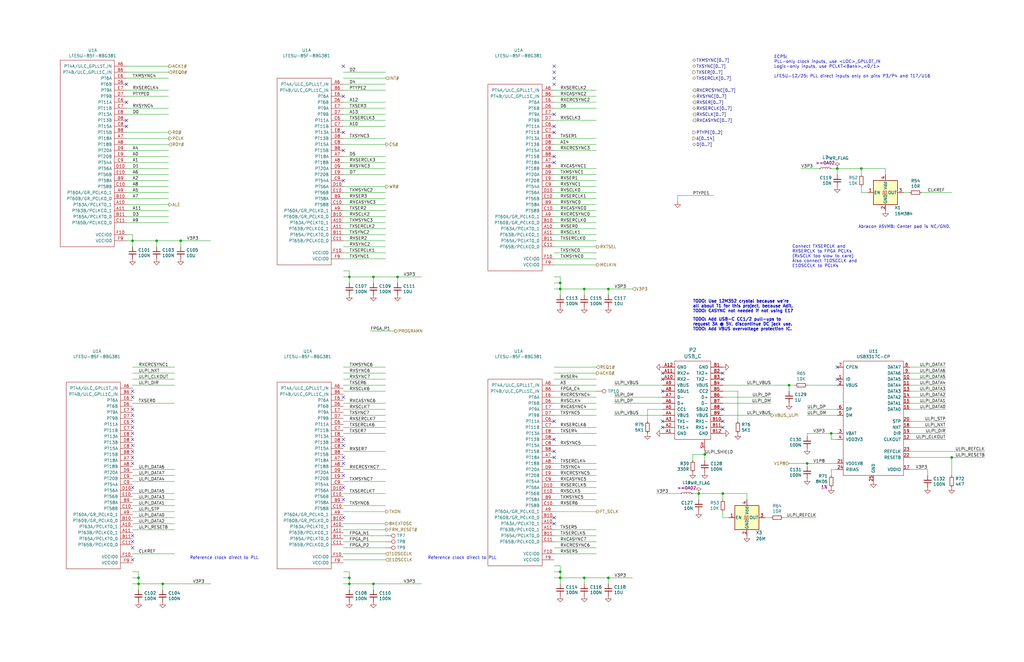
<source format=kicad_sch>
(kicad_sch (version 20210621) (generator eeschema)
  (paper "B")
  (title_block (title "Tedium X8") (date "2020-03-13") (rev "20200313") (company "ShareBrained Technology, Inc.") (comment 1 "Copyright (C) 2020 Jared Boone") (comment 2 "Licensed under CERN-OHL-P v2"))
  (junction (at 55.88 101.6) (diameter 0.9144))
  (junction (at 58.42 243.84) (diameter 0.9144))
  (junction (at 58.42 246.38) (diameter 0.9144))
  (junction (at 66.04 101.6) (diameter 0.9144))
  (junction (at 68.58 246.38) (diameter 0.9144))
  (junction (at 76.2 101.6) (diameter 0.9144))
  (junction (at 147.32 116.84) (diameter 0.9144))
  (junction (at 147.32 243.84) (diameter 0.9144))
  (junction (at 147.32 246.38) (diameter 0.9144))
  (junction (at 157.48 116.84) (diameter 0.9144))
  (junction (at 157.48 246.38) (diameter 0.9144))
  (junction (at 167.64 116.84) (diameter 0.9144))
  (junction (at 236.22 119.38) (diameter 0.9144))
  (junction (at 236.22 121.92) (diameter 0.9144))
  (junction (at 236.22 241.3) (diameter 0.9144))
  (junction (at 236.22 243.84) (diameter 0.9144))
  (junction (at 246.38 121.92) (diameter 0.9144))
  (junction (at 246.38 243.84) (diameter 0.9144))
  (junction (at 256.54 121.92) (diameter 0.9144))
  (junction (at 256.54 243.84) (diameter 0.9144))
  (junction (at 294.64 208.28) (diameter 0.9144))
  (junction (at 297.18 191.77) (diameter 0.9144))
  (junction (at 304.8 208.28) (diameter 0.9144))
  (junction (at 332.74 162.56) (diameter 0.9144))
  (junction (at 340.36 195.58) (diameter 0.9144))
  (junction (at 350.52 182.88) (diameter 0.9144))
  (junction (at 353.06 71.12) (diameter 0.9144))
  (junction (at 363.22 71.12) (diameter 0.9144))
  (junction (at 401.32 193.04) (diameter 0.9144))
  (no_connect (at 53.34 35.56))
  (no_connect (at 53.34 43.18))
  (no_connect (at 53.34 50.8))
  (no_connect (at 53.34 53.34))
  (no_connect (at 55.88 165.1))
  (no_connect (at 55.88 167.64))
  (no_connect (at 55.88 172.72))
  (no_connect (at 55.88 175.26))
  (no_connect (at 55.88 177.8))
  (no_connect (at 55.88 180.34))
  (no_connect (at 55.88 182.88))
  (no_connect (at 55.88 185.42))
  (no_connect (at 55.88 187.96))
  (no_connect (at 55.88 190.5))
  (no_connect (at 55.88 193.04))
  (no_connect (at 55.88 195.58))
  (no_connect (at 55.88 205.74))
  (no_connect (at 55.88 226.06))
  (no_connect (at 55.88 228.6))
  (no_connect (at 55.88 231.14))
  (no_connect (at 55.88 236.22))
  (no_connect (at 144.78 27.94))
  (no_connect (at 144.78 40.64))
  (no_connect (at 144.78 55.88))
  (no_connect (at 144.78 63.5))
  (no_connect (at 144.78 76.2))
  (no_connect (at 144.78 167.64))
  (no_connect (at 144.78 185.42))
  (no_connect (at 144.78 187.96))
  (no_connect (at 144.78 193.04))
  (no_connect (at 144.78 195.58))
  (no_connect (at 144.78 200.66))
  (no_connect (at 144.78 205.74))
  (no_connect (at 144.78 210.82))
  (no_connect (at 144.78 218.44))
  (no_connect (at 233.68 27.94))
  (no_connect (at 233.68 30.48))
  (no_connect (at 233.68 33.02))
  (no_connect (at 233.68 35.56))
  (no_connect (at 233.68 48.26))
  (no_connect (at 233.68 53.34))
  (no_connect (at 233.68 55.88))
  (no_connect (at 233.68 66.04))
  (no_connect (at 233.68 68.58))
  (no_connect (at 233.68 177.8))
  (no_connect (at 233.68 185.42))
  (no_connect (at 233.68 190.5))
  (no_connect (at 233.68 193.04))
  (no_connect (at 233.68 218.44))
  (no_connect (at 233.68 220.98))
  (no_connect (at 279.4 157.48))
  (no_connect (at 279.4 160.02))
  (no_connect (at 279.4 165.1))
  (no_connect (at 279.4 177.8))
  (no_connect (at 279.4 180.34))
  (no_connect (at 304.8 157.48))
  (no_connect (at 304.8 160.02))
  (no_connect (at 304.8 172.72))
  (no_connect (at 304.8 177.8))
  (no_connect (at 304.8 180.34))
  (no_connect (at 353.06 154.94))
  (no_connect (at 353.06 160.02))
  (wire (pts (xy 53.34 101.6) (xy 55.88 101.6)))
  (wire (pts (xy 55.88 99.06) (xy 53.34 99.06)))
  (wire (pts (xy 55.88 101.6) (xy 55.88 99.06)))
  (wire (pts (xy 55.88 101.6) (xy 66.04 101.6)))
  (wire (pts (xy 55.88 104.14) (xy 55.88 101.6)))
  (wire (pts (xy 55.88 241.3) (xy 58.42 241.3)))
  (wire (pts (xy 55.88 243.84) (xy 58.42 243.84)))
  (wire (pts (xy 55.88 246.38) (xy 58.42 246.38)))
  (wire (pts (xy 58.42 241.3) (xy 58.42 243.84)))
  (wire (pts (xy 58.42 243.84) (xy 58.42 246.38)))
  (wire (pts (xy 58.42 246.38) (xy 68.58 246.38)))
  (wire (pts (xy 58.42 248.92) (xy 58.42 246.38)))
  (wire (pts (xy 66.04 101.6) (xy 76.2 101.6)))
  (wire (pts (xy 66.04 104.14) (xy 66.04 101.6)))
  (wire (pts (xy 68.58 246.38) (xy 88.9 246.38)))
  (wire (pts (xy 68.58 248.92) (xy 68.58 246.38)))
  (wire (pts (xy 71.12 27.94) (xy 53.34 27.94)))
  (wire (pts (xy 71.12 30.48) (xy 53.34 30.48)))
  (wire (pts (xy 71.12 33.02) (xy 53.34 33.02)))
  (wire (pts (xy 71.12 38.1) (xy 53.34 38.1)))
  (wire (pts (xy 71.12 40.64) (xy 53.34 40.64)))
  (wire (pts (xy 71.12 45.72) (xy 53.34 45.72)))
  (wire (pts (xy 71.12 48.26) (xy 53.34 48.26)))
  (wire (pts (xy 71.12 55.88) (xy 53.34 55.88)))
  (wire (pts (xy 71.12 58.42) (xy 53.34 58.42)))
  (wire (pts (xy 71.12 60.96) (xy 53.34 60.96)))
  (wire (pts (xy 71.12 63.5) (xy 53.34 63.5)))
  (wire (pts (xy 71.12 66.04) (xy 53.34 66.04)))
  (wire (pts (xy 71.12 68.58) (xy 53.34 68.58)))
  (wire (pts (xy 71.12 71.12) (xy 53.34 71.12)))
  (wire (pts (xy 71.12 73.66) (xy 53.34 73.66)))
  (wire (pts (xy 71.12 76.2) (xy 53.34 76.2)))
  (wire (pts (xy 71.12 78.74) (xy 53.34 78.74)))
  (wire (pts (xy 71.12 81.28) (xy 53.34 81.28)))
  (wire (pts (xy 71.12 83.82) (xy 53.34 83.82)))
  (wire (pts (xy 71.12 86.36) (xy 53.34 86.36)))
  (wire (pts (xy 71.12 88.9) (xy 53.34 88.9)))
  (wire (pts (xy 71.12 91.44) (xy 53.34 91.44)))
  (wire (pts (xy 71.12 93.98) (xy 53.34 93.98)))
  (wire (pts (xy 73.66 154.94) (xy 55.88 154.94)))
  (wire (pts (xy 73.66 157.48) (xy 55.88 157.48)))
  (wire (pts (xy 73.66 160.02) (xy 55.88 160.02)))
  (wire (pts (xy 73.66 162.56) (xy 55.88 162.56)))
  (wire (pts (xy 73.66 170.18) (xy 55.88 170.18)))
  (wire (pts (xy 73.66 198.12) (xy 55.88 198.12)))
  (wire (pts (xy 73.66 200.66) (xy 55.88 200.66)))
  (wire (pts (xy 73.66 203.2) (xy 55.88 203.2)))
  (wire (pts (xy 73.66 208.28) (xy 55.88 208.28)))
  (wire (pts (xy 73.66 210.82) (xy 55.88 210.82)))
  (wire (pts (xy 73.66 213.36) (xy 55.88 213.36)))
  (wire (pts (xy 73.66 215.9) (xy 55.88 215.9)))
  (wire (pts (xy 73.66 218.44) (xy 55.88 218.44)))
  (wire (pts (xy 73.66 220.98) (xy 55.88 220.98)))
  (wire (pts (xy 73.66 223.52) (xy 55.88 223.52)))
  (wire (pts (xy 73.66 233.68) (xy 55.88 233.68)))
  (wire (pts (xy 76.2 101.6) (xy 76.2 104.14)))
  (wire (pts (xy 88.9 101.6) (xy 76.2 101.6)))
  (wire (pts (xy 144.78 116.84) (xy 147.32 116.84)))
  (wire (pts (xy 144.78 182.88) (xy 162.56 182.88)))
  (wire (pts (xy 144.78 223.52) (xy 162.56 223.52)))
  (wire (pts (xy 144.78 243.84) (xy 147.32 243.84)))
  (wire (pts (xy 144.78 246.38) (xy 147.32 246.38)))
  (wire (pts (xy 147.32 114.3) (xy 144.78 114.3)))
  (wire (pts (xy 147.32 116.84) (xy 147.32 114.3)))
  (wire (pts (xy 147.32 116.84) (xy 157.48 116.84)))
  (wire (pts (xy 147.32 119.38) (xy 147.32 116.84)))
  (wire (pts (xy 147.32 241.3) (xy 144.78 241.3)))
  (wire (pts (xy 147.32 243.84) (xy 147.32 241.3)))
  (wire (pts (xy 147.32 246.38) (xy 147.32 243.84)))
  (wire (pts (xy 147.32 246.38) (xy 157.48 246.38)))
  (wire (pts (xy 147.32 248.92) (xy 147.32 246.38)))
  (wire (pts (xy 156.21 139.7) (xy 166.37 139.7)))
  (wire (pts (xy 157.48 116.84) (xy 167.64 116.84)))
  (wire (pts (xy 157.48 119.38) (xy 157.48 116.84)))
  (wire (pts (xy 157.48 246.38) (xy 177.8 246.38)))
  (wire (pts (xy 157.48 248.92) (xy 157.48 246.38)))
  (wire (pts (xy 162.56 30.48) (xy 144.78 30.48)))
  (wire (pts (xy 162.56 33.02) (xy 144.78 33.02)))
  (wire (pts (xy 162.56 35.56) (xy 144.78 35.56)))
  (wire (pts (xy 162.56 38.1) (xy 144.78 38.1)))
  (wire (pts (xy 162.56 43.18) (xy 144.78 43.18)))
  (wire (pts (xy 162.56 45.72) (xy 144.78 45.72)))
  (wire (pts (xy 162.56 48.26) (xy 144.78 48.26)))
  (wire (pts (xy 162.56 50.8) (xy 144.78 50.8)))
  (wire (pts (xy 162.56 53.34) (xy 144.78 53.34)))
  (wire (pts (xy 162.56 58.42) (xy 144.78 58.42)))
  (wire (pts (xy 162.56 60.96) (xy 144.78 60.96)))
  (wire (pts (xy 162.56 66.04) (xy 144.78 66.04)))
  (wire (pts (xy 162.56 68.58) (xy 144.78 68.58)))
  (wire (pts (xy 162.56 71.12) (xy 144.78 71.12)))
  (wire (pts (xy 162.56 73.66) (xy 144.78 73.66)))
  (wire (pts (xy 162.56 78.74) (xy 144.78 78.74)))
  (wire (pts (xy 162.56 81.28) (xy 144.78 81.28)))
  (wire (pts (xy 162.56 83.82) (xy 144.78 83.82)))
  (wire (pts (xy 162.56 86.36) (xy 144.78 86.36)))
  (wire (pts (xy 162.56 88.9) (xy 144.78 88.9)))
  (wire (pts (xy 162.56 91.44) (xy 144.78 91.44)))
  (wire (pts (xy 162.56 93.98) (xy 144.78 93.98)))
  (wire (pts (xy 162.56 96.52) (xy 144.78 96.52)))
  (wire (pts (xy 162.56 99.06) (xy 144.78 99.06)))
  (wire (pts (xy 162.56 101.6) (xy 144.78 101.6)))
  (wire (pts (xy 162.56 104.14) (xy 144.78 104.14)))
  (wire (pts (xy 162.56 106.68) (xy 144.78 106.68)))
  (wire (pts (xy 162.56 109.22) (xy 144.78 109.22)))
  (wire (pts (xy 162.56 154.94) (xy 144.78 154.94)))
  (wire (pts (xy 162.56 157.48) (xy 144.78 157.48)))
  (wire (pts (xy 162.56 160.02) (xy 144.78 160.02)))
  (wire (pts (xy 162.56 162.56) (xy 144.78 162.56)))
  (wire (pts (xy 162.56 165.1) (xy 144.78 165.1)))
  (wire (pts (xy 162.56 170.18) (xy 144.78 170.18)))
  (wire (pts (xy 162.56 172.72) (xy 144.78 172.72)))
  (wire (pts (xy 162.56 175.26) (xy 144.78 175.26)))
  (wire (pts (xy 162.56 177.8) (xy 144.78 177.8)))
  (wire (pts (xy 162.56 180.34) (xy 144.78 180.34)))
  (wire (pts (xy 162.56 190.5) (xy 144.78 190.5)))
  (wire (pts (xy 162.56 198.12) (xy 144.78 198.12)))
  (wire (pts (xy 162.56 203.2) (xy 144.78 203.2)))
  (wire (pts (xy 162.56 208.28) (xy 144.78 208.28)))
  (wire (pts (xy 162.56 213.36) (xy 144.78 213.36)))
  (wire (pts (xy 162.56 215.9) (xy 144.78 215.9)))
  (wire (pts (xy 162.56 220.98) (xy 144.78 220.98)))
  (wire (pts (xy 162.56 226.06) (xy 144.78 226.06)))
  (wire (pts (xy 162.56 228.6) (xy 144.78 228.6)))
  (wire (pts (xy 162.56 231.14) (xy 144.78 231.14)))
  (wire (pts (xy 162.56 233.68) (xy 144.78 233.68)))
  (wire (pts (xy 162.56 236.22) (xy 144.78 236.22)))
  (wire (pts (xy 167.64 116.84) (xy 167.64 119.38)))
  (wire (pts (xy 177.8 116.84) (xy 167.64 116.84)))
  (wire (pts (xy 233.68 111.76) (xy 251.46 111.76)))
  (wire (pts (xy 233.68 119.38) (xy 236.22 119.38)))
  (wire (pts (xy 233.68 121.92) (xy 236.22 121.92)))
  (wire (pts (xy 233.68 215.9) (xy 251.46 215.9)))
  (wire (pts (xy 233.68 241.3) (xy 236.22 241.3)))
  (wire (pts (xy 233.68 243.84) (xy 236.22 243.84)))
  (wire (pts (xy 236.22 116.84) (xy 233.68 116.84)))
  (wire (pts (xy 236.22 119.38) (xy 236.22 116.84)))
  (wire (pts (xy 236.22 121.92) (xy 236.22 119.38)))
  (wire (pts (xy 236.22 121.92) (xy 246.38 121.92)))
  (wire (pts (xy 236.22 124.46) (xy 236.22 121.92)))
  (wire (pts (xy 236.22 238.76) (xy 233.68 238.76)))
  (wire (pts (xy 236.22 241.3) (xy 236.22 238.76)))
  (wire (pts (xy 236.22 243.84) (xy 236.22 241.3)))
  (wire (pts (xy 236.22 243.84) (xy 246.38 243.84)))
  (wire (pts (xy 236.22 246.38) (xy 236.22 243.84)))
  (wire (pts (xy 246.38 121.92) (xy 256.54 121.92)))
  (wire (pts (xy 246.38 124.46) (xy 246.38 121.92)))
  (wire (pts (xy 246.38 243.84) (xy 256.54 243.84)))
  (wire (pts (xy 246.38 246.38) (xy 246.38 243.84)))
  (wire (pts (xy 251.46 38.1) (xy 233.68 38.1)))
  (wire (pts (xy 251.46 40.64) (xy 233.68 40.64)))
  (wire (pts (xy 251.46 43.18) (xy 233.68 43.18)))
  (wire (pts (xy 251.46 45.72) (xy 233.68 45.72)))
  (wire (pts (xy 251.46 50.8) (xy 233.68 50.8)))
  (wire (pts (xy 251.46 58.42) (xy 233.68 58.42)))
  (wire (pts (xy 251.46 60.96) (xy 233.68 60.96)))
  (wire (pts (xy 251.46 63.5) (xy 233.68 63.5)))
  (wire (pts (xy 251.46 71.12) (xy 233.68 71.12)))
  (wire (pts (xy 251.46 73.66) (xy 233.68 73.66)))
  (wire (pts (xy 251.46 76.2) (xy 233.68 76.2)))
  (wire (pts (xy 251.46 78.74) (xy 233.68 78.74)))
  (wire (pts (xy 251.46 81.28) (xy 233.68 81.28)))
  (wire (pts (xy 251.46 83.82) (xy 233.68 83.82)))
  (wire (pts (xy 251.46 86.36) (xy 233.68 86.36)))
  (wire (pts (xy 251.46 88.9) (xy 233.68 88.9)))
  (wire (pts (xy 251.46 91.44) (xy 233.68 91.44)))
  (wire (pts (xy 251.46 93.98) (xy 233.68 93.98)))
  (wire (pts (xy 251.46 96.52) (xy 233.68 96.52)))
  (wire (pts (xy 251.46 99.06) (xy 233.68 99.06)))
  (wire (pts (xy 251.46 101.6) (xy 233.68 101.6)))
  (wire (pts (xy 251.46 104.14) (xy 233.68 104.14)))
  (wire (pts (xy 251.46 106.68) (xy 233.68 106.68)))
  (wire (pts (xy 251.46 109.22) (xy 233.68 109.22)))
  (wire (pts (xy 251.46 154.94) (xy 233.68 154.94)))
  (wire (pts (xy 251.46 157.48) (xy 233.68 157.48)))
  (wire (pts (xy 251.46 160.02) (xy 233.68 160.02)))
  (wire (pts (xy 251.46 162.56) (xy 233.68 162.56)))
  (wire (pts (xy 251.46 165.1) (xy 233.68 165.1)))
  (wire (pts (xy 251.46 167.64) (xy 233.68 167.64)))
  (wire (pts (xy 251.46 170.18) (xy 233.68 170.18)))
  (wire (pts (xy 251.46 172.72) (xy 233.68 172.72)))
  (wire (pts (xy 251.46 175.26) (xy 233.68 175.26)))
  (wire (pts (xy 251.46 180.34) (xy 233.68 180.34)))
  (wire (pts (xy 251.46 182.88) (xy 233.68 182.88)))
  (wire (pts (xy 251.46 187.96) (xy 233.68 187.96)))
  (wire (pts (xy 251.46 195.58) (xy 233.68 195.58)))
  (wire (pts (xy 251.46 198.12) (xy 233.68 198.12)))
  (wire (pts (xy 251.46 200.66) (xy 233.68 200.66)))
  (wire (pts (xy 251.46 203.2) (xy 233.68 203.2)))
  (wire (pts (xy 251.46 205.74) (xy 233.68 205.74)))
  (wire (pts (xy 251.46 208.28) (xy 233.68 208.28)))
  (wire (pts (xy 251.46 210.82) (xy 233.68 210.82)))
  (wire (pts (xy 251.46 213.36) (xy 233.68 213.36)))
  (wire (pts (xy 251.46 223.52) (xy 233.68 223.52)))
  (wire (pts (xy 251.46 226.06) (xy 233.68 226.06)))
  (wire (pts (xy 251.46 228.6) (xy 233.68 228.6)))
  (wire (pts (xy 251.46 231.14) (xy 233.68 231.14)))
  (wire (pts (xy 251.46 233.68) (xy 233.68 233.68)))
  (wire (pts (xy 256.54 121.92) (xy 256.54 124.46)))
  (wire (pts (xy 256.54 243.84) (xy 256.54 246.38)))
  (wire (pts (xy 259.08 162.56) (xy 279.4 162.56)))
  (wire (pts (xy 259.08 167.64) (xy 279.4 167.64)))
  (wire (pts (xy 259.08 170.18) (xy 279.4 170.18)))
  (wire (pts (xy 259.08 175.26) (xy 279.4 175.26)))
  (wire (pts (xy 266.7 121.92) (xy 256.54 121.92)))
  (wire (pts (xy 266.7 243.84) (xy 256.54 243.84)))
  (wire (pts (xy 273.05 172.72) (xy 273.05 177.8)))
  (wire (pts (xy 279.4 172.72) (xy 273.05 172.72)))
  (wire (pts (xy 285.75 82.55) (xy 285.75 85.09)))
  (wire (pts (xy 285.75 82.55) (xy 300.99 82.55)))
  (wire (pts (xy 287.02 208.28) (xy 276.86 208.28)))
  (wire (pts (xy 292.1 191.77) (xy 292.1 194.31)))
  (wire (pts (xy 292.1 208.28) (xy 294.64 208.28)))
  (wire (pts (xy 294.64 208.28) (xy 294.64 210.82)))
  (wire (pts (xy 294.64 208.28) (xy 304.8 208.28)))
  (wire (pts (xy 297.18 190.5) (xy 297.18 191.77)))
  (wire (pts (xy 297.18 191.77) (xy 292.1 191.77)))
  (wire (pts (xy 297.18 191.77) (xy 297.18 194.31)))
  (wire (pts (xy 304.8 162.56) (xy 332.74 162.56)))
  (wire (pts (xy 304.8 165.1) (xy 311.15 165.1)))
  (wire (pts (xy 304.8 210.82) (xy 304.8 208.28)))
  (wire (pts (xy 304.8 215.9) (xy 304.8 218.44)))
  (wire (pts (xy 304.8 218.44) (xy 307.34 218.44)))
  (wire (pts (xy 311.15 165.1) (xy 311.15 177.8)))
  (wire (pts (xy 314.96 208.28) (xy 304.8 208.28)))
  (wire (pts (xy 314.96 208.28) (xy 314.96 210.82)))
  (wire (pts (xy 325.12 167.64) (xy 304.8 167.64)))
  (wire (pts (xy 325.12 170.18) (xy 304.8 170.18)))
  (wire (pts (xy 325.12 175.26) (xy 304.8 175.26)))
  (wire (pts (xy 325.12 218.44) (xy 322.58 218.44)))
  (wire (pts (xy 332.74 162.56) (xy 332.74 165.1)))
  (wire (pts (xy 332.74 162.56) (xy 335.28 162.56)))
  (wire (pts (xy 332.74 195.58) (xy 340.36 195.58)))
  (wire (pts (xy 340.36 162.56) (xy 353.06 162.56)))
  (wire (pts (xy 340.36 172.72) (xy 353.06 172.72)))
  (wire (pts (xy 340.36 175.26) (xy 353.06 175.26)))
  (wire (pts (xy 340.36 182.88) (xy 340.36 184.15)))
  (wire (pts (xy 340.36 195.58) (xy 340.36 196.85)))
  (wire (pts (xy 344.17 218.44) (xy 330.2 218.44)))
  (wire (pts (xy 345.44 71.12) (xy 337.82 71.12)))
  (wire (pts (xy 350.52 71.12) (xy 353.06 71.12)))
  (wire (pts (xy 350.52 182.88) (xy 340.36 182.88)))
  (wire (pts (xy 350.52 185.42) (xy 350.52 182.88)))
  (wire (pts (xy 350.52 198.12) (xy 350.52 200.66)))
  (wire (pts (xy 353.06 71.12) (xy 353.06 73.66)))
  (wire (pts (xy 353.06 71.12) (xy 363.22 71.12)))
  (wire (pts (xy 353.06 182.88) (xy 350.52 182.88)))
  (wire (pts (xy 353.06 185.42) (xy 350.52 185.42)))
  (wire (pts (xy 353.06 195.58) (xy 340.36 195.58)))
  (wire (pts (xy 353.06 198.12) (xy 350.52 198.12)))
  (wire (pts (xy 363.22 73.66) (xy 363.22 71.12)))
  (wire (pts (xy 363.22 78.74) (xy 363.22 81.28)))
  (wire (pts (xy 363.22 81.28) (xy 365.76 81.28)))
  (wire (pts (xy 373.38 71.12) (xy 363.22 71.12)))
  (wire (pts (xy 373.38 71.12) (xy 373.38 73.66)))
  (wire (pts (xy 383.54 81.28) (xy 381 81.28)))
  (wire (pts (xy 383.54 193.04) (xy 401.32 193.04)))
  (wire (pts (xy 383.54 198.12) (xy 391.16 198.12)))
  (wire (pts (xy 391.16 198.12) (xy 391.16 200.66)))
  (wire (pts (xy 398.78 154.94) (xy 383.54 154.94)))
  (wire (pts (xy 398.78 157.48) (xy 383.54 157.48)))
  (wire (pts (xy 398.78 160.02) (xy 383.54 160.02)))
  (wire (pts (xy 398.78 162.56) (xy 383.54 162.56)))
  (wire (pts (xy 398.78 165.1) (xy 383.54 165.1)))
  (wire (pts (xy 398.78 167.64) (xy 383.54 167.64)))
  (wire (pts (xy 398.78 170.18) (xy 383.54 170.18)))
  (wire (pts (xy 398.78 172.72) (xy 383.54 172.72)))
  (wire (pts (xy 398.78 177.8) (xy 383.54 177.8)))
  (wire (pts (xy 398.78 180.34) (xy 383.54 180.34)))
  (wire (pts (xy 398.78 182.88) (xy 383.54 182.88)))
  (wire (pts (xy 398.78 185.42) (xy 383.54 185.42)))
  (wire (pts (xy 401.32 81.28) (xy 388.62 81.28)))
  (wire (pts (xy 401.32 193.04) (xy 401.32 200.66)))
  (wire (pts (xy 401.32 193.04) (xy 415.29 193.04)))
  (wire (pts (xy 415.29 190.5) (xy 383.54 190.5)))
  (text "Reference clock direct to PLL" (at 80.01 236.22 0) (effects (font (size 1.27 1.27)) (justify left bottom)))
  (text "Reference clock direct to PLL" (at 180.34 236.22 0) (effects (font (size 1.27 1.27)) (justify left bottom)))
  (text "TODO: Use 12M352 crystal because we're\nall about T1 for this project, because Adit.\nTODO: CASYNC not needed if not using E1?" (at 292.1 132.08 0) (effects (font (size 1.27 1.27) (thickness 0.254) bold) (justify left bottom)))
  (text "TODO: Add USB-C CC1/2 pull-ups to\nrequest 3A @ 5V, discontinue DC jack use.\nTODO: Add VBUS overvoltage protection IC." (at 292.1 139.7 0) (effects (font (size 1.27 1.27) (thickness 0.254) bold) (justify left bottom)))
  (text "ECP5:\nPLL-only clock inputs, use <LOC>_GPLL0T_IN\nLogic-only inputs, use PCLKT<Bank>_<0/1>\n\nLFE5U-12/25: PLL direct inputs only on pins P3/P4 and T17/U16" (at 326.39 33.02 0) (effects (font (size 1.27 1.27)) (justify left bottom)))
  (text "Connect TXSERCLK and\nRXSERCLK to FPGA PCLKs\n(RxSCLK too slow to care)\nAlso connect T1OSCCLK and\nE1OSCCLK to PCLKs" (at 334.01 113.03 0) (effects (font (size 1.27 1.27)) (justify left bottom)))
  (text "Abracon ASVMB: Center pad is NC/GND." (at 361.95 96.52 0) (effects (font (size 1.27 1.27)) (justify left bottom)))
  (label "TXMSYNC4" (at 55.88 33.02 0))
  (label "RXSERCLK4" (at 55.88 38.1 0))
  (label "PTYPE0" (at 55.88 40.64 0))
  (label "RXSYNC4" (at 55.88 45.72 0))
  (label "D0" (at 55.88 48.26 0))
  (label "A4" (at 55.88 63.5 0))
  (label "A0" (at 55.88 66.04 0))
  (label "A1" (at 55.88 68.58 0))
  (label "D1" (at 55.88 71.12 0))
  (label "A6" (at 55.88 73.66 0))
  (label "A2" (at 55.88 76.2 0))
  (label "A8" (at 55.88 78.74 0))
  (label "A5" (at 55.88 81.28 0))
  (label "A7" (at 55.88 83.82 0))
  (label "A11" (at 55.88 88.9 0))
  (label "D3" (at 55.88 91.44 0))
  (label "A9" (at 55.88 93.98 0))
  (label "RXCRCSYNC1" (at 58.42 154.94 0))
  (label "ULPI_NXT" (at 58.42 157.48 0))
  (label "ULPI_CLKOUT" (at 58.42 160.02 0))
  (label "ULPI_DIR" (at 58.42 162.56 0))
  (label "TXSER0" (at 58.42 170.18 0))
  (label "ULPI_DATA6" (at 58.42 198.12 0))
  (label "ULPI_DATA7" (at 58.42 200.66 0))
  (label "ULPI_DATA4" (at 58.42 203.2 0))
  (label "ULPI_DATA5" (at 58.42 208.28 0))
  (label "ULPI_DATA3" (at 58.42 210.82 0))
  (label "ULPI_DATA1" (at 58.42 213.36 0))
  (label "ULPI_STP" (at 58.42 215.9 0))
  (label "ULPI_DATA0" (at 58.42 218.44 0))
  (label "ULPI_DATA2" (at 58.42 220.98 0))
  (label "ULPI_RESETB" (at 58.42 223.52 0))
  (label "CLKREF" (at 58.42 233.68 0))
  (label "V3P3" (at 78.74 101.6 0))
  (label "V3P3" (at 81.28 246.38 0))
  (label "D2" (at 147.32 30.48 0))
  (label "D4" (at 147.32 35.56 0))
  (label "PTYPE2" (at 147.32 38.1 0))
  (label "A12" (at 147.32 43.18 0))
  (label "TXSER3" (at 147.32 45.72 0))
  (label "A13" (at 147.32 48.26 0))
  (label "TXSERCLK3" (at 147.32 50.8 0))
  (label "A10" (at 147.32 53.34 0))
  (label "TXSYNC3" (at 147.32 58.42 0))
  (label "D5" (at 147.32 66.04 0))
  (label "RXSERCLK3" (at 147.32 68.58 0))
  (label "RXSYNC3" (at 147.32 71.12 0))
  (label "D7" (at 147.32 73.66 0))
  (label "TXMSYNC2" (at 147.32 81.28 0))
  (label "RXSER3" (at 147.32 83.82 0))
  (label "RXCASYNC3" (at 147.32 86.36 0))
  (label "TXSER2" (at 147.32 88.9 0))
  (label "RXSCLK2" (at 147.32 91.44 0))
  (label "TXMSYNC3" (at 147.32 93.98 0))
  (label "TXSERCLK2" (at 147.32 96.52 0))
  (label "TXSYNC2" (at 147.32 99.06 0))
  (label "RXSER2" (at 147.32 101.6 0))
  (label "RXSYNC2" (at 147.32 104.14 0))
  (label "TXSERCLK1" (at 147.32 106.68 0))
  (label "TXSYNC1" (at 147.32 109.22 0))
  (label "TXMSYNC6" (at 147.32 154.94 0))
  (label "RXSYNC6" (at 147.32 157.48 0))
  (label "RXSYNC7" (at 147.32 160.02 0))
  (label "TXSER6" (at 147.32 162.56 0))
  (label "RXSCLK6" (at 147.32 165.1 0))
  (label "RXCASYNC6" (at 147.32 170.18 0))
  (label "RXSCLK7" (at 147.32 172.72 0))
  (label "TXSYNC7" (at 147.32 175.26 0))
  (label "RXSERCLK7" (at 147.32 177.8 0))
  (label "TXSERCLK6" (at 147.32 180.34 0))
  (label "TXSER7" (at 147.32 182.88 0))
  (label "RXSER7" (at 147.32 190.5 0))
  (label "RXCRCSYNC7" (at 147.32 198.12 0))
  (label "TXMSYNC7" (at 147.32 203.2 0))
  (label "TXSERCLK7" (at 147.32 208.28 0))
  (label "TXSYNC6" (at 147.32 213.36 0))
  (label "FPGA_N1" (at 147.32 226.06 0))
  (label "FPGA_P1" (at 147.32 228.6 0))
  (label "FPGA_P2" (at 147.32 231.14 0))
  (label "FPGA_P1" (at 156.21 139.7 0))
  (label "V3P3" (at 170.18 116.84 0))
  (label "V3P3" (at 170.18 246.38 0))
  (label "RXSERCLK2" (at 236.22 38.1 0))
  (label "RXCASYNC2" (at 236.22 40.64 0))
  (label "RXCRCSYNC2" (at 236.22 43.18 0))
  (label "D6" (at 236.22 45.72 0))
  (label "RXSCLK3" (at 236.22 50.8 0))
  (label "TXSER1" (at 236.22 58.42 0))
  (label "A14" (at 236.22 60.96 0))
  (label "RXCRCSYNC3" (at 236.22 63.5 0))
  (label "RXCASYNC1" (at 236.22 71.12 0))
  (label "TXMSYNC1" (at 236.22 73.66 0))
  (label "RXSER1" (at 236.22 76.2 0))
  (label "RXSYNC1" (at 236.22 78.74 0))
  (label "RXSCLK0" (at 236.22 81.28 0))
  (label "RXSERCLK1" (at 236.22 83.82 0))
  (label "RXSYNC0" (at 236.22 86.36 0))
  (label "RXCASYNC0" (at 236.22 88.9 0))
  (label "RXCRCSYNC0" (at 236.22 91.44 0))
  (label "RXSERCLK0" (at 236.22 93.98 0))
  (label "RXSER0" (at 236.22 96.52 0))
  (label "RXSCLK1" (at 236.22 99.06 0))
  (label "TXSERCLK0" (at 236.22 101.6 0))
  (label "TXSYNC0" (at 236.22 106.68 0))
  (label "TXMSYNC0" (at 236.22 109.22 0))
  (label "RXSER4" (at 236.22 160.02 0))
  (label "A3" (at 236.22 162.56 0))
  (label "FPGA_C4" (at 236.22 165.1 0))
  (label "RXCRCSYNC4" (at 236.22 167.64 0))
  (label "RXSCLK4" (at 236.22 170.18 0))
  (label "RXCASYNC4" (at 236.22 172.72 0))
  (label "TXSYNC5" (at 236.22 175.26 0))
  (label "RXSERCLK6" (at 236.22 180.34 0))
  (label "TXSER4" (at 236.22 182.88 0))
  (label "RXSYNC5" (at 236.22 187.96 0))
  (label "TXSERCLK4" (at 236.22 195.58 0))
  (label "TXSYNC4" (at 236.22 198.12 0))
  (label "RXCRCSYNC5" (at 236.22 200.66 0))
  (label "RXCASYNC5" (at 236.22 203.2 0))
  (label "RXSERCLK5" (at 236.22 205.74 0))
  (label "RXSCLK5" (at 236.22 208.28 0))
  (label "TXMSYNC5" (at 236.22 210.82 0))
  (label "RXSER6" (at 236.22 213.36 0))
  (label "TXSER5" (at 236.22 223.52 0))
  (label "TXSERCLK5" (at 236.22 226.06 0))
  (label "RXCASYNC7" (at 236.22 228.6 0))
  (label "RXCRCSYNC6" (at 236.22 231.14 0))
  (label "RXSER5" (at 236.22 233.68 0))
  (label "V3P3" (at 259.08 121.92 0))
  (label "ULPI_VBUS" (at 259.08 162.56 0))
  (label "ULPI_DM" (at 259.08 167.64 0))
  (label "ULPI_DP" (at 259.08 170.18 0))
  (label "ULPI_VBUS" (at 259.08 175.26 0))
  (label "V3P3" (at 259.08 243.84 0))
  (label "V3P3" (at 276.86 208.28 0))
  (label "PTYPE1" (at 292.1 82.55 0))
  (label "ULPI_SHIELD" (at 297.18 191.77 0))
  (label "ULPI_VBUS" (at 325.12 162.56 180))
  (label "ULPI_DP" (at 325.12 167.64 180))
  (label "ULPI_DM" (at 325.12 170.18 180))
  (label "ULPI_VBUS" (at 325.12 175.26 180))
  (label "V3P3" (at 337.82 71.12 0))
  (label "ULPI_DP" (at 340.36 172.72 0))
  (label "ULPI_DM" (at 340.36 175.26 0))
  (label "V3P3" (at 342.9 182.88 0))
  (label "V1P8" (at 342.9 195.58 0))
  (label "ULPI_REFCLK" (at 344.17 218.44 180))
  (label "V3P3" (at 386.08 198.12 0))
  (label "CLKREF" (at 391.16 81.28 0))
  (label "ULPI_DATA7" (at 398.78 154.94 180))
  (label "ULPI_DATA6" (at 398.78 157.48 180))
  (label "ULPI_DATA5" (at 398.78 160.02 180))
  (label "ULPI_DATA4" (at 398.78 162.56 180))
  (label "ULPI_DATA3" (at 398.78 165.1 180))
  (label "ULPI_DATA2" (at 398.78 167.64 180))
  (label "ULPI_DATA1" (at 398.78 170.18 180))
  (label "ULPI_DATA0" (at 398.78 172.72 180))
  (label "ULPI_STP" (at 398.78 177.8 180))
  (label "ULPI_NXT" (at 398.78 180.34 180))
  (label "ULPI_DIR" (at 398.78 182.88 180))
  (label "ULPI_CLKOUT" (at 398.78 185.42 180))
  (label "ULPI_REFCLK" (at 415.29 190.5 180))
  (label "ULPI_RESETB" (at 415.29 193.04 180))
  (hierarchical_label "ACK1#" (shape output) (at 71.12 27.94 0))
  (hierarchical_label "REQ0#" (shape input) (at 71.12 30.48 0))
  (hierarchical_label "RD#" (shape output) (at 71.12 55.88 0))
  (hierarchical_label "PCLK" (shape output) (at 71.12 58.42 0))
  (hierarchical_label "RDY#" (shape input) (at 71.12 60.96 0))
  (hierarchical_label "ALE" (shape output) (at 71.12 86.36 0))
  (hierarchical_label "INT#" (shape input) (at 162.56 33.02 0))
  (hierarchical_label "CS#" (shape output) (at 162.56 60.96 0))
  (hierarchical_label "WR#" (shape output) (at 162.56 78.74 0))
  (hierarchical_label "TXON" (shape output) (at 162.56 215.9 0))
  (hierarchical_label "8KEXTOSC" (shape output) (at 162.56 220.98 0))
  (hierarchical_label "FRM_RESET#" (shape output) (at 162.56 223.52 0))
  (hierarchical_label "T1OSCCLK" (shape input) (at 162.56 233.68 0))
  (hierarchical_label "E1OSCCLK" (shape input) (at 162.56 236.22 0))
  (hierarchical_label "PROGRAMN" (shape output) (at 166.37 139.7 0))
  (hierarchical_label "RXTSEL" (shape output) (at 251.46 104.14 0))
  (hierarchical_label "MCLKIN" (shape output) (at 251.46 111.76 0))
  (hierarchical_label "REQ1#" (shape input) (at 251.46 154.94 0))
  (hierarchical_label "ACK0#" (shape output) (at 251.46 157.48 0))
  (hierarchical_label "FT_SCLK" (shape output) (at 251.46 215.9 0))
  (hierarchical_label "V3P3" (shape input) (at 266.7 121.92 0))
  (hierarchical_label "TXMSYNC[0..7]" (shape bidirectional) (at 292.1 25.4 0))
  (hierarchical_label "TXSYNC[0..7]" (shape bidirectional) (at 292.1 27.94 0))
  (hierarchical_label "TXSER[0..7]" (shape output) (at 292.1 30.48 0))
  (hierarchical_label "TXSERCLK[0..7]" (shape bidirectional) (at 292.1 33.02 0))
  (hierarchical_label "RXCRCSYNC[0..7]" (shape input) (at 292.1 38.1 0))
  (hierarchical_label "RXSYNC[0..7]" (shape bidirectional) (at 292.1 40.64 0))
  (hierarchical_label "RXSER[0..7]" (shape input) (at 292.1 43.18 0))
  (hierarchical_label "RXSERCLK[0..7]" (shape bidirectional) (at 292.1 45.72 0))
  (hierarchical_label "RXSCLK[0..7]" (shape input) (at 292.1 48.26 0))
  (hierarchical_label "RXCASYNC[0..7]" (shape input) (at 292.1 50.8 0))
  (hierarchical_label "PTYPE[0..2]" (shape output) (at 292.1 55.88 0))
  (hierarchical_label "A[0..14]" (shape output) (at 292.1 58.42 0))
  (hierarchical_label "D[0..7]" (shape bidirectional) (at 292.1 60.96 0))
  (hierarchical_label "VBUS_ULPI" (shape output) (at 325.12 175.26 0))
  (hierarchical_label "V1P8" (shape input) (at 332.74 195.58 180))
  (symbol (lib_id "Device:L_Small") (at 289.56 208.28 90)
    (property "Reference" "L11" (at 289.56 203.581 90))
    (property "Value" "L_Small" (effects hide))
    (property "Footprint" "ipc_beadc:IPC_BEADC160X80X95L40N" (effects hide))
    (property "I" ">=0A02" (at 289.56 205.8924 90))
    (property "Mfr" "Murata" (effects hide))
    (property "Part" "BLM18RK102SN1D" (effects hide))
  )
  (symbol (lib_id "Device:L_Small") (at 347.98 71.12 90)
    (property "Reference" "L7" (at 347.98 66.421 90))
    (property "Value" "L_Small" (effects hide))
    (property "Footprint" "ipc_beadc:IPC_BEADC160X80X95L40N" (effects hide))
    (property "I" ">=0A02" (at 347.98 68.7324 90))
    (property "Mfr" "Murata" (effects hide))
    (property "Part" "BLM18RK102SN1D" (effects hide))
  )
  (symbol (lib_id "power:PWR_FLAG") (at 294.64 208.28 0) (unit 1)
    (property "Reference" "#FLG0121" (effects hide))
    (property "Value" "PWR_FLAG" (at 294.64 203.8858 0))
  )
  (symbol (lib_id "power:PWR_FLAG") (at 353.06 71.12 0) (unit 1)
    (property "Reference" "#FLG0120" (effects hide))
    (property "Value" "PWR_FLAG" (at 353.06 66.7258 0))
  )
  (symbol (lib_id "Connector:TestPoint") (at 162.56 226.06 270) (unit 1)
    (property "Reference" "TP7" (at 167.3352 226.06 90) (effects (justify left)))
    (property "Value" "TestPoint" (effects hide))
    (property "Footprint" "tp:TP_1MM" (effects hide))
  )
  (symbol (lib_id "Connector:TestPoint") (at 162.56 228.6 270) (unit 1)
    (property "Reference" "TP8" (at 167.3352 228.6 90) (effects (justify left)))
    (property "Value" "TestPoint" (effects hide))
    (property "Footprint" "tp:TP_1MM" (effects hide))
  )
  (symbol (lib_id "Connector:TestPoint") (at 162.56 231.14 270) (unit 1)
    (property "Reference" "TP9" (at 167.3352 231.14 90) (effects (justify left)))
    (property "Value" "TestPoint" (effects hide))
    (property "Footprint" "tp:TP_1MM" (effects hide))
  )
  (symbol (lib_id "Connector:TestPoint") (at 251.46 165.1 270) (unit 1)
    (property "Reference" "TP10" (at 256.2352 165.1 90) (effects (justify left)))
    (property "Value" "TestPoint" (effects hide))
    (property "Footprint" "tp:TP_1MM" (effects hide))
  )
  (symbol (lib_id "power:GND") (at 55.88 109.22 0)
    (property "Reference" "#PWR0114" (effects hide))
    (property "Value" "GND" (effects hide))
  )
  (symbol (lib_id "power:GND") (at 58.42 254 0)
    (property "Reference" "#PWR0115" (effects hide))
    (property "Value" "GND" (effects hide))
  )
  (symbol (lib_id "power:GND") (at 66.04 109.22 0)
    (property "Reference" "#PWR0116" (effects hide))
    (property "Value" "GND" (effects hide))
  )
  (symbol (lib_id "power:GND") (at 68.58 254 0)
    (property "Reference" "#PWR0117" (effects hide))
    (property "Value" "GND" (effects hide))
  )
  (symbol (lib_id "power:GND") (at 76.2 109.22 0)
    (property "Reference" "#PWR0119" (effects hide))
    (property "Value" "GND" (effects hide))
  )
  (symbol (lib_id "power:GND") (at 147.32 124.46 0)
    (property "Reference" "#PWR0122" (effects hide))
    (property "Value" "GND" (effects hide))
  )
  (symbol (lib_id "power:GND") (at 147.32 254 0)
    (property "Reference" "#PWR0123" (effects hide))
    (property "Value" "GND" (effects hide))
  )
  (symbol (lib_id "power:GND") (at 157.48 124.46 0)
    (property "Reference" "#PWR0124" (effects hide))
    (property "Value" "GND" (effects hide))
  )
  (symbol (lib_id "power:GND") (at 157.48 254 0)
    (property "Reference" "#PWR0125" (effects hide))
    (property "Value" "GND" (effects hide))
  )
  (symbol (lib_id "power:GND") (at 167.64 124.46 0)
    (property "Reference" "#PWR0127" (effects hide))
    (property "Value" "GND" (effects hide))
  )
  (symbol (lib_id "power:GND") (at 236.22 129.54 0)
    (property "Reference" "#PWR0130" (effects hide))
    (property "Value" "GND" (effects hide))
  )
  (symbol (lib_id "power:GND") (at 236.22 251.46 0)
    (property "Reference" "#PWR0131" (effects hide))
    (property "Value" "GND" (effects hide))
  )
  (symbol (lib_id "power:GND") (at 246.38 129.54 0)
    (property "Reference" "#PWR0132" (effects hide))
    (property "Value" "GND" (effects hide))
  )
  (symbol (lib_id "power:GND") (at 246.38 251.46 0)
    (property "Reference" "#PWR0133" (effects hide))
    (property "Value" "GND" (effects hide))
  )
  (symbol (lib_id "power:GND") (at 256.54 129.54 0)
    (property "Reference" "#PWR0135" (effects hide))
    (property "Value" "GND" (effects hide))
  )
  (symbol (lib_id "power:GND") (at 256.54 251.46 0)
    (property "Reference" "#PWR0137" (effects hide))
    (property "Value" "GND" (effects hide))
  )
  (symbol (lib_id "power:GND") (at 273.05 182.88 0)
    (property "Reference" "#PWR0170" (effects hide))
    (property "Value" "GND" (effects hide))
  )
  (symbol (lib_id "power:GND") (at 279.4 154.94 270)
    (property "Reference" "#PWR0208" (effects hide))
    (property "Value" "GND" (effects hide))
  )
  (symbol (lib_id "power:GND") (at 279.4 182.88 270)
    (property "Reference" "#PWR0207" (effects hide))
    (property "Value" "GND" (effects hide))
  )
  (symbol (lib_id "power:GND") (at 285.75 85.09 0)
    (property "Reference" "#PWR0239" (effects hide))
    (property "Value" "GND" (effects hide))
  )
  (symbol (lib_id "power:GND") (at 292.1 199.39 0)
    (property "Reference" "#PWR0139" (effects hide))
    (property "Value" "GND" (effects hide))
  )
  (symbol (lib_id "power:GND") (at 294.64 215.9 0)
    (property "Reference" "#PWR0219" (effects hide))
    (property "Value" "GND" (effects hide))
  )
  (symbol (lib_id "power:GND") (at 297.18 199.39 0)
    (property "Reference" "#PWR0206" (effects hide))
    (property "Value" "GND" (effects hide))
  )
  (symbol (lib_id "power:GND") (at 304.8 154.94 90)
    (property "Reference" "#PWR0209" (effects hide))
    (property "Value" "GND" (effects hide))
  )
  (symbol (lib_id "power:GND") (at 304.8 182.88 90)
    (property "Reference" "#PWR0210" (effects hide))
    (property "Value" "GND" (effects hide))
  )
  (symbol (lib_id "power:GND") (at 311.15 182.88 0)
    (property "Reference" "#PWR0177" (effects hide))
    (property "Value" "GND" (effects hide))
  )
  (symbol (lib_id "power:GND") (at 314.96 226.06 0)
    (property "Reference" "#PWR0218" (effects hide))
    (property "Value" "GND" (effects hide))
  )
  (symbol (lib_id "power:GND") (at 332.74 170.18 0)
    (property "Reference" "#PWR0211" (effects hide))
    (property "Value" "GND" (effects hide))
  )
  (symbol (lib_id "power:GND") (at 340.36 189.23 0)
    (property "Reference" "#PWR0214" (effects hide))
    (property "Value" "GND" (effects hide))
  )
  (symbol (lib_id "power:GND") (at 340.36 201.93 0)
    (property "Reference" "#PWR0215" (effects hide))
    (property "Value" "GND" (effects hide))
  )
  (symbol (lib_id "power:GND") (at 350.52 205.74 0)
    (property "Reference" "#PWR0212" (effects hide))
    (property "Value" "GND" (effects hide))
  )
  (symbol (lib_id "power:GND") (at 353.06 78.74 0)
    (property "Reference" "#PWR0142" (effects hide))
    (property "Value" "GND" (effects hide))
  )
  (symbol (lib_id "power:GND") (at 368.3 203.2 0)
    (property "Reference" "#PWR0213" (effects hide))
    (property "Value" "GND" (effects hide))
  )
  (symbol (lib_id "power:GND") (at 373.38 88.9 0)
    (property "Reference" "#PWR0141" (effects hide))
    (property "Value" "GND" (effects hide))
  )
  (symbol (lib_id "power:GND") (at 391.16 205.74 0)
    (property "Reference" "#PWR0216" (effects hide))
    (property "Value" "GND" (effects hide))
  )
  (symbol (lib_id "power:GND") (at 401.32 205.74 0)
    (property "Reference" "#PWR0217" (effects hide))
    (property "Value" "GND" (effects hide))
  )
  (symbol (lib_id "Device:R_Small") (at 273.05 180.34 0) (mirror y)
    (property "Reference" "R75" (at 271.5768 179.1716 0) (effects (justify left)))
    (property "Value" "5K1" (at 271.5768 181.483 0) (effects (justify left)))
    (property "Footprint" "ipc_resc:IPC_RESC100X50X40L25N" (effects hide))
    (property "Mfr" "Yageo" (effects hide))
    (property "Part" "RC0402FR-075K1L‎" (effects hide))
  )
  (symbol (lib_id "Device:R_Small") (at 292.1 196.85 0)
    (property "Reference" "R39" (at 290.6268 195.6816 0) (effects (justify right)))
    (property "Value" "330R" (at 290.6268 197.993 0) (effects (justify right)))
    (property "Footprint" "ipc_resc:IPC_RESC160X80X55L25N" (effects hide))
    (property "Mfr" "Yageo" (effects hide))
    (property "Part" "RC0603FR-07330RL" (effects hide))
  )
  (symbol (lib_id "Device:R_Small") (at 304.8 213.36 0) (mirror x)
    (property "Reference" "R53" (at 303.3268 212.1916 0) (effects (justify right)))
    (property "Value" "10K" (at 303.3268 214.503 0) (effects (justify right)))
    (property "Footprint" "ipc_resc:IPC_RESC100X50X40L25N" (effects hide))
    (property "Mfr" "Panasonic" (effects hide))
    (property "Part" "ERJ-2RKF1002X" (effects hide))
  )
  (symbol (lib_id "Device:R_Small") (at 311.15 180.34 0)
    (property "Reference" "R76" (at 312.6486 179.1716 0) (effects (justify left)))
    (property "Value" "5K1" (at 312.6486 181.483 0) (effects (justify left)))
    (property "Footprint" "ipc_resc:IPC_RESC100X50X40L25N" (effects hide))
    (property "Mfr" "Yageo" (effects hide))
    (property "Part" "RC0402FR-075K1L‎" (effects hide))
  )
  (symbol (lib_id "Device:R_Small") (at 327.66 218.44 90) (mirror x)
    (property "Reference" "R64" (at 327.66 213.4616 90))
    (property "Value" "10R" (at 327.66 215.773 90))
    (property "Footprint" "ipc_resc:IPC_RESC100X50X40L25N" (effects hide))
  )
  (symbol (lib_id "Device:R_Small") (at 337.82 162.56 270)
    (property "Reference" "R65" (at 337.82 157.5816 90))
    (property "Value" "10K" (at 337.82 159.893 90))
    (property "Footprint" "ipc_resc:IPC_RESC100X50X40L25N" (effects hide))
    (property "Mfr" "Panasonic" (effects hide))
    (property "Part" "ERJ-2RKF1002X" (effects hide))
  )
  (symbol (lib_id "Device:R_Small") (at 350.52 203.2 180)
    (property "Reference" "R71" (at 349.0468 200.8886 0) (effects (justify left)))
    (property "Value" "8K06" (at 349.0468 203.2 0) (effects (justify left)))
    (property "Footprint" "ipc_resc:IPC_RESC100X50X40L25N" (effects hide))
    (property "TOL" "1%" (at 349.0468 205.5114 0) (effects (justify left)))
    (property "Mfr" "Yageo" (effects hide))
    (property "Part" "‎RC0402FR-078K06L‎" (effects hide))
  )
  (symbol (lib_id "Device:R_Small") (at 363.22 76.2 0) (mirror x)
    (property "Reference" "R52" (at 361.7468 75.0316 0) (effects (justify right)))
    (property "Value" "10K" (at 361.7468 77.343 0) (effects (justify right)))
    (property "Footprint" "ipc_resc:IPC_RESC100X50X40L25N" (effects hide))
    (property "Mfr" "Panasonic" (effects hide))
    (property "Part" "ERJ-2RKF1002X" (effects hide))
  )
  (symbol (lib_id "Device:R_Small") (at 386.08 81.28 90) (mirror x)
    (property "Reference" "R54" (at 386.08 76.3016 90))
    (property "Value" "10R" (at 386.08 78.613 90))
    (property "Footprint" "ipc_resc:IPC_RESC100X50X40L25N" (effects hide))
  )
  (symbol (lib_id "Device:R_Small") (at 401.32 203.2 0)
    (property "Reference" "R72" (at 402.8186 202.0316 0) (effects (justify left)))
    (property "Value" "4K7" (at 402.8186 204.343 0) (effects (justify left)))
    (property "Footprint" "ipc_resc:IPC_RESC100X50X40L25N" (effects hide))
    (property "Mfr" "Panasonic" (effects hide))
    (property "Part" "ERJ-2RKF4701X" (effects hide))
  )
  (symbol (lib_id "Device:C_Small") (at 55.88 106.68 0)
    (property "Reference" "C101" (at 58.2168 105.5116 0) (effects (justify left)))
    (property "Value" "100N" (at 58.2168 107.823 0) (effects (justify left)))
    (property "Footprint" "ipc_capc:IPC_CAPC60X30X33L15N" (effects hide))
    (property "Mfr" "Murata" (effects hide))
    (property "Part" "GRM033R60J104KE19D" (effects hide))
  )
  (symbol (lib_id "Device:C_Small") (at 58.42 251.46 0)
    (property "Reference" "C102" (at 60.7568 250.2916 0) (effects (justify left)))
    (property "Value" "100N" (at 60.7568 252.603 0) (effects (justify left)))
    (property "Footprint" "ipc_capc:IPC_CAPC60X30X33L15N" (effects hide))
    (property "Mfr" "Murata" (effects hide))
    (property "Part" "GRM033R60J104KE19D" (effects hide))
  )
  (symbol (lib_id "Device:C_Small") (at 66.04 106.68 0)
    (property "Reference" "C103" (at 68.3768 105.5116 0) (effects (justify left)))
    (property "Value" "100N" (at 68.3768 107.823 0) (effects (justify left)))
    (property "Footprint" "ipc_capc:IPC_CAPC60X30X33L15N" (effects hide))
    (property "Mfr" "Murata" (effects hide))
    (property "Part" "GRM033R60J104KE19D" (effects hide))
  )
  (symbol (lib_id "Device:C_Small") (at 68.58 251.46 0)
    (property "Reference" "C104" (at 70.9168 250.2916 0) (effects (justify left)))
    (property "Value" "100N" (at 70.9168 252.603 0) (effects (justify left)))
    (property "Footprint" "ipc_capc:IPC_CAPC60X30X33L15N" (effects hide))
    (property "Mfr" "Murata" (effects hide))
    (property "Part" "GRM033R60J104KE19D" (effects hide))
  )
  (symbol (lib_id "Device:C_Small") (at 76.2 106.68 0)
    (property "Reference" "C105" (at 78.5368 105.5116 0) (effects (justify left)))
    (property "Value" "10U" (at 78.5368 107.823 0) (effects (justify left)))
    (property "Footprint" "ipc_capc:IPC_CAPC160X80X90L35N" (effects hide))
    (property "Mfr" "Murata" (effects hide))
    (property "Part" "GRM188R60J106ME47D" (effects hide))
  )
  (symbol (lib_id "Device:C_Small") (at 147.32 121.92 0)
    (property "Reference" "C107" (at 149.6568 120.7516 0) (effects (justify left)))
    (property "Value" "100N" (at 149.6568 123.063 0) (effects (justify left)))
    (property "Footprint" "ipc_capc:IPC_CAPC60X30X33L15N" (effects hide))
    (property "Mfr" "Murata" (effects hide))
    (property "Part" "GRM033R60J104KE19D" (effects hide))
  )
  (symbol (lib_id "Device:C_Small") (at 147.32 251.46 0)
    (property "Reference" "C108" (at 149.6568 250.2916 0) (effects (justify left)))
    (property "Value" "100N" (at 149.6568 252.603 0) (effects (justify left)))
    (property "Footprint" "ipc_capc:IPC_CAPC60X30X33L15N" (effects hide))
    (property "Mfr" "Murata" (effects hide))
    (property "Part" "GRM033R60J104KE19D" (effects hide))
  )
  (symbol (lib_id "Device:C_Small") (at 157.48 121.92 0)
    (property "Reference" "C109" (at 159.8168 120.7516 0) (effects (justify left)))
    (property "Value" "100N" (at 159.8168 123.063 0) (effects (justify left)))
    (property "Footprint" "ipc_capc:IPC_CAPC60X30X33L15N" (effects hide))
    (property "Mfr" "Murata" (effects hide))
    (property "Part" "GRM033R60J104KE19D" (effects hide))
  )
  (symbol (lib_id "Device:C_Small") (at 157.48 251.46 0)
    (property "Reference" "C110" (at 159.8168 250.2916 0) (effects (justify left)))
    (property "Value" "100N" (at 159.8168 252.603 0) (effects (justify left)))
    (property "Footprint" "ipc_capc:IPC_CAPC60X30X33L15N" (effects hide))
    (property "Mfr" "Murata" (effects hide))
    (property "Part" "GRM033R60J104KE19D" (effects hide))
  )
  (symbol (lib_id "Device:C_Small") (at 167.64 121.92 0)
    (property "Reference" "C111" (at 169.9768 120.7516 0) (effects (justify left)))
    (property "Value" "10U" (at 169.9768 123.063 0) (effects (justify left)))
    (property "Footprint" "ipc_capc:IPC_CAPC160X80X90L35N" (effects hide))
    (property "Mfr" "Murata" (effects hide))
    (property "Part" "GRM188R60J106ME47D" (effects hide))
  )
  (symbol (lib_id "Device:C_Small") (at 236.22 127 0)
    (property "Reference" "C113" (at 238.5568 125.8316 0) (effects (justify left)))
    (property "Value" "100N" (at 238.5568 128.143 0) (effects (justify left)))
    (property "Footprint" "ipc_capc:IPC_CAPC60X30X33L15N" (effects hide))
    (property "Mfr" "Murata" (effects hide))
    (property "Part" "GRM033R60J104KE19D" (effects hide))
  )
  (symbol (lib_id "Device:C_Small") (at 236.22 248.92 0)
    (property "Reference" "C114" (at 238.5568 247.7516 0) (effects (justify left)))
    (property "Value" "100N" (at 238.5568 250.063 0) (effects (justify left)))
    (property "Footprint" "ipc_capc:IPC_CAPC60X30X33L15N" (effects hide))
    (property "Mfr" "Murata" (effects hide))
    (property "Part" "GRM033R60J104KE19D" (effects hide))
  )
  (symbol (lib_id "Device:C_Small") (at 246.38 127 0)
    (property "Reference" "C115" (at 248.7168 125.8316 0) (effects (justify left)))
    (property "Value" "100N" (at 248.7168 128.143 0) (effects (justify left)))
    (property "Footprint" "ipc_capc:IPC_CAPC60X30X33L15N" (effects hide))
    (property "Mfr" "Murata" (effects hide))
    (property "Part" "GRM033R60J104KE19D" (effects hide))
  )
  (symbol (lib_id "Device:C_Small") (at 246.38 248.92 0)
    (property "Reference" "C116" (at 248.7168 247.7516 0) (effects (justify left)))
    (property "Value" "100N" (at 248.7168 250.063 0) (effects (justify left)))
    (property "Footprint" "ipc_capc:IPC_CAPC60X30X33L15N" (effects hide))
    (property "Mfr" "Murata" (effects hide))
    (property "Part" "GRM033R60J104KE19D" (effects hide))
  )
  (symbol (lib_id "Device:C_Small") (at 256.54 127 0)
    (property "Reference" "C117" (at 258.8768 125.8316 0) (effects (justify left)))
    (property "Value" "10U" (at 258.8768 128.143 0) (effects (justify left)))
    (property "Footprint" "ipc_capc:IPC_CAPC160X80X90L35N" (effects hide))
    (property "Mfr" "Murata" (effects hide))
    (property "Part" "GRM188R60J106ME47D" (effects hide))
  )
  (symbol (lib_id "Device:C_Small") (at 256.54 248.92 0)
    (property "Reference" "C118" (at 258.8768 247.7516 0) (effects (justify left)))
    (property "Value" "10U" (at 258.8768 250.063 0) (effects (justify left)))
    (property "Footprint" "ipc_capc:IPC_CAPC160X80X90L35N" (effects hide))
    (property "Mfr" "Murata" (effects hide))
    (property "Part" "GRM188R60J106ME47D" (effects hide))
  )
  (symbol (lib_id "Device:C_Small") (at 294.64 213.36 0) (mirror x)
    (property "Reference" "C127" (at 292.3032 212.1916 0) (effects (justify right)))
    (property "Value" "10N" (at 292.3032 214.503 0) (effects (justify right)))
    (property "Footprint" "ipc_capc:IPC_CAPC100X50X55L25N" (effects hide))
    (property "Mfr" "Murata" (effects hide))
    (property "Part" "GRM155R71E103KA01D" (effects hide))
  )
  (symbol (lib_id "Device:C_Small") (at 297.18 196.85 180)
    (property "Reference" "C128" (at 299.5168 195.6816 0) (effects (justify right)))
    (property "Value" "100N" (at 299.5168 197.993 0) (effects (justify right)))
    (property "Footprint" "ipc_capc:IPC_CAPC160X80X90L35N" (effects hide))
    (property "Mfr" "Murata" (effects hide))
    (property "Part" "GRM188R71C104KA01D" (effects hide))
    (property "VDC" ">=50V" (effects hide))
  )
  (symbol (lib_id "Device:C_Small") (at 332.74 167.64 180)
    (property "Reference" "C129" (at 335.0768 166.4716 0) (effects (justify right)))
    (property "Value" "1U" (at 335.0768 168.783 0) (effects (justify right)))
    (property "Footprint" "ipc_capc:IPC_CAPC160X80X90L35N" (effects hide))
    (property "Mfr" "Murata" (effects hide))
    (property "Part" "GCM188R71C105KA64D" (effects hide))
  )
  (symbol (lib_id "Device:C_Small") (at 340.36 186.69 0) (mirror x)
    (property "Reference" "C130" (at 338.0232 185.5216 0) (effects (justify right)))
    (property "Value" "100N" (at 338.0232 187.833 0) (effects (justify right)))
    (property "Footprint" "ipc_capc:IPC_CAPC100X50X55L25N" (effects hide))
    (property "Mfr" "Murata" (effects hide))
    (property "Part" "GRM155R61A104KA01D" (effects hide))
  )
  (symbol (lib_id "Device:C_Small") (at 340.36 199.39 0) (mirror x)
    (property "Reference" "C131" (at 338.0232 198.2216 0) (effects (justify right)))
    (property "Value" "100N" (at 338.0232 200.533 0) (effects (justify right)))
    (property "Footprint" "ipc_capc:IPC_CAPC100X50X55L25N" (effects hide))
    (property "Mfr" "Murata" (effects hide))
    (property "Part" "GRM155R61A104KA01D" (effects hide))
  )
  (symbol (lib_id "Device:C_Small") (at 353.06 76.2 180)
    (property "Reference" "C119" (at 350.7486 75.0316 0) (effects (justify left)))
    (property "Value" "10N" (at 350.7486 77.343 0) (effects (justify left)))
    (property "Footprint" "ipc_capc:IPC_CAPC100X50X55L25N" (effects hide))
    (property "Mfr" "Murata" (effects hide))
    (property "Part" "GRM155R71E103KA01D" (effects hide))
  )
  (symbol (lib_id "Device:C_Small") (at 391.16 203.2 180)
    (property "Reference" "C132" (at 393.4968 202.0316 0) (effects (justify right)))
    (property "Value" "100N" (at 393.4968 204.343 0) (effects (justify right)))
    (property "Footprint" "ipc_capc:IPC_CAPC100X50X55L25N" (effects hide))
    (property "Mfr" "Murata" (effects hide))
    (property "Part" "GRM155R61A104KA01D" (effects hide))
  )
  (symbol (lib_id "Oscillator:ASV-xxxMHz") (at 314.96 218.44 0)
    (property "Reference" "X3" (at 318.77 224.79 0) (effects (justify left)))
    (property "Value" "26M" (at 318.77 227.33 0) (effects (justify left)))
    (property "Footprint" "ipc_oscsc:IPC_OSCSC4P254_500X320X140L100X120N" (effects hide))
    (property "Datasheet" "http://www.txccorp.com/download/products/oscillators/2015TXC_7C_57.pdf" (effects hide))
    (property "Mfr" "TXC" (effects hide))
    (property "Part" "7C-26.000MBB-T" (effects hide))
  )
  (symbol (lib_id "Oscillator:ASV-xxxMHz") (at 373.38 81.28 0) (unit 1)
    (property "Reference" "X1" (at 377.19 87.63 0) (effects (justify left)))
    (property "Value" "16M384" (at 377.19 90.17 0) (effects (justify left)))
    (property "Footprint" "abracon:ASVMB" (effects hide))
    (property "Datasheet" "http://www.abracon.com/Oscillators/ASV.pdf" (effects hide))
    (property "Mfr" "Abracon" (effects hide))
    (property "Part" "ASVMB-16.384MHZ-LY-T" (effects hide))
  )
  (symbol (lib_id "usb:USB_C") (at 292.1 168.91 0)
    (property "Reference" "P2" (at 292.1 147.6502 0) (effects (font (size 1.524 1.524))))
    (property "Value" "USB_C" (at 292.1 150.3426 0) (effects (font (size 1.524 1.524))))
    (property "Footprint" "amphenol:12401610E4#2A" (effects hide))
    (property "Mfr" "Amphenol" (effects hide))
    (property "Part" "12401610E4#2A" (effects hide))
  )
  (symbol (lib_id "microchip:USB3317C-CP") (at 368.3 176.53 0)
    (property "Reference" "U11" (at 368.3 148.209 0))
    (property "Value" "USB3317C-CP" (at 368.3 150.5204 0))
    (property "Footprint" "ipc_qfn:IPC_QFN25P50_400X400X100L40X24T250N" (effects hide))
    (property "Datasheet" "http://ww1.microchip.com/downloads/en/DeviceDoc/3317.pdf" (effects hide))
    (property "Mfr" "Microchip" (effects hide))
    (property "Part" "USB3317C-CP" (effects hide))
  )
  (symbol (lib_id "lattice:LFE5U-85F-8BG381") (at 35.56 64.77 0) (mirror y)
    (property "Reference" "U1" (at 39.0652 21.209 0))
    (property "Value" "LFE5U-85F-8BG381" (at 39.0652 23.5204 0))
    (property "Footprint" "lattice:LATTICE_BGA_CABGA381" (effects hide))
    (property "Mfr" "Lattice" (effects hide))
    (property "Part" "LFE5U-85F-8BG381C" (effects hide))
  )
  (symbol (lib_id "lattice:LFE5U-85F-8BG381") (at 127 72.39 0) (mirror y)
    (property "Reference" "U1" (at 129.2352 21.209 0))
    (property "Value" "LFE5U-85F-8BG381" (at 129.2352 23.5204 0))
    (property "Footprint" "lattice:LATTICE_BGA_CABGA381" (effects hide))
    (property "Mfr" "Lattice" (effects hide))
    (property "Part" "LFE5U-85F-8BG381C" (effects hide))
  )
  (symbol (lib_id "lattice:LFE5U-85F-8BG381") (at 215.9 199.39 0) (mirror y)
    (property "Reference" "U1" (at 218.6432 148.209 0))
    (property "Value" "LFE5U-85F-8BG381" (at 218.6432 150.5204 0))
    (property "Footprint" "lattice:LATTICE_BGA_CABGA381" (effects hide))
    (property "Mfr" "Lattice" (effects hide))
    (property "Part" "LFE5U-85F-8BG381C" (effects hide))
  )
  (symbol (lib_id "lattice:LFE5U-85F-8BG381") (at 38.1 200.66 0) (mirror y)
    (property "Reference" "U1" (at 40.8432 148.209 0))
    (property "Value" "LFE5U-85F-8BG381" (at 40.8432 150.5204 0))
    (property "Footprint" "lattice:LATTICE_BGA_CABGA381" (effects hide))
    (property "Mfr" "Lattice" (effects hide))
    (property "Part" "LFE5U-85F-8BG381C" (effects hide))
  )
  (symbol (lib_id "lattice:LFE5U-85F-8BG381") (at 127 200.66 0) (mirror y)
    (property "Reference" "U1" (at 129.7432 148.209 0))
    (property "Value" "LFE5U-85F-8BG381" (at 129.7432 150.5204 0))
    (property "Footprint" "lattice:LATTICE_BGA_CABGA381" (effects hide))
    (property "Mfr" "Lattice" (effects hide))
    (property "Part" "LFE5U-85F-8BG381C" (effects hide))
  )
  (symbol (lib_id "lattice:LFE5U-85F-8BG381") (at 215.9 74.93 0) (mirror y)
    (property "Reference" "U1" (at 218.6432 21.209 0))
    (property "Value" "LFE5U-85F-8BG381" (at 218.6432 23.5204 0))
    (property "Footprint" "lattice:LATTICE_BGA_CABGA381" (effects hide))
    (property "Mfr" "Lattice" (effects hide))
    (property "Part" "LFE5U-85F-8BG381C" (effects hide))
  )
)
</source>
